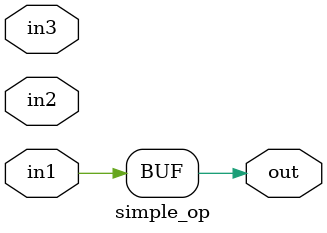
<source format=v>

module simple_op(in1,in2,in3,out);
    input  in1;
    input  in2;
    input  in3;
    output out;

    `define first
    `define second

    `ifdef first
        assign out = in1;
    `elsif second
        assign out = in2;
    `else
        assign out = in3;
    `endif 

endmodule
</source>
